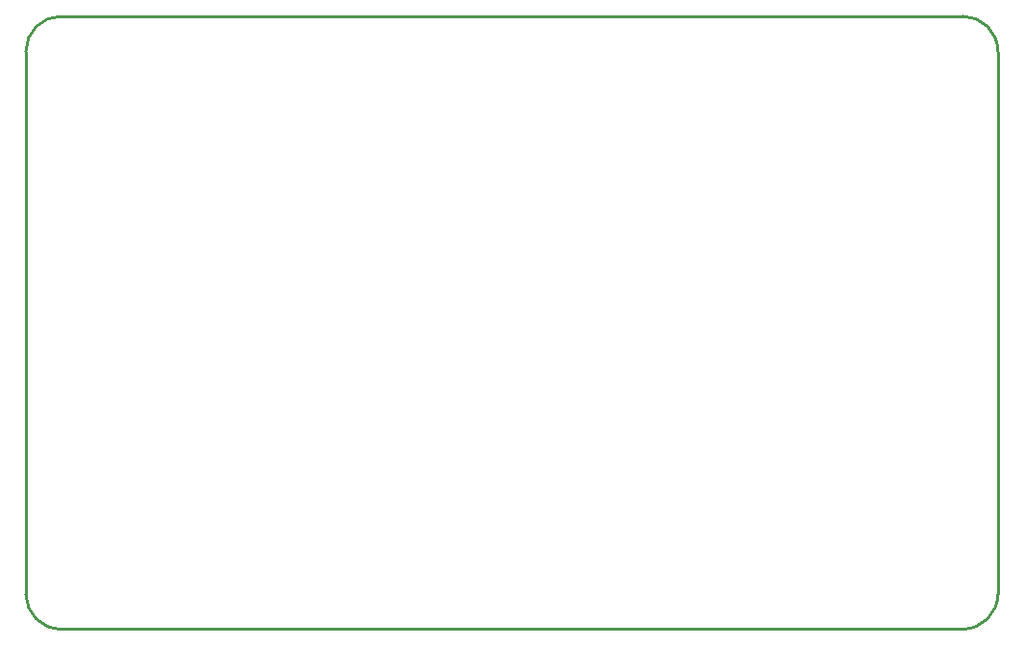
<source format=gko>
G04 Layer: BoardOutlineLayer*
G04 EasyEDA v6.5.50, 2025-08-15 22:22:53*
G04 78b981eca6ee4c28b6080d7fc2fd3244,645267f41e9e4d7b8b91459b463e1a24,10*
G04 Gerber Generator version 0.2*
G04 Scale: 100 percent, Rotated: No, Reflected: No *
G04 Dimensions in millimeters *
G04 leading zeros omitted , absolute positions ,4 integer and 5 decimal *
%FSLAX45Y45*%
%MOMM*%

%ADD10C,0.2540*%
%ADD11C,0.0138*%
D10*
X309999Y0D02*
G01*
X8249983Y0D01*
X8559982Y-309999D02*
G01*
X8559982Y-5087990D01*
X0Y-5087990D02*
G01*
X0Y-309999D01*
X8249983Y-5397990D02*
G01*
X309999Y-5397990D01*
G75*
G01*
X8249983Y0D02*
G02*
X8559983Y-309999I0J-309999D01*
G75*
G01*
X8559983Y-5087991D02*
G02*
X8249983Y-5397989I-309999J1D01*
G75*
G01*
X309999Y-5397989D02*
G02*
X0Y-5087991I0J309999D01*
G75*
G01*
X0Y-309999D02*
G02*
X309999Y0I309999J0D01*

%LPD*%
M02*

</source>
